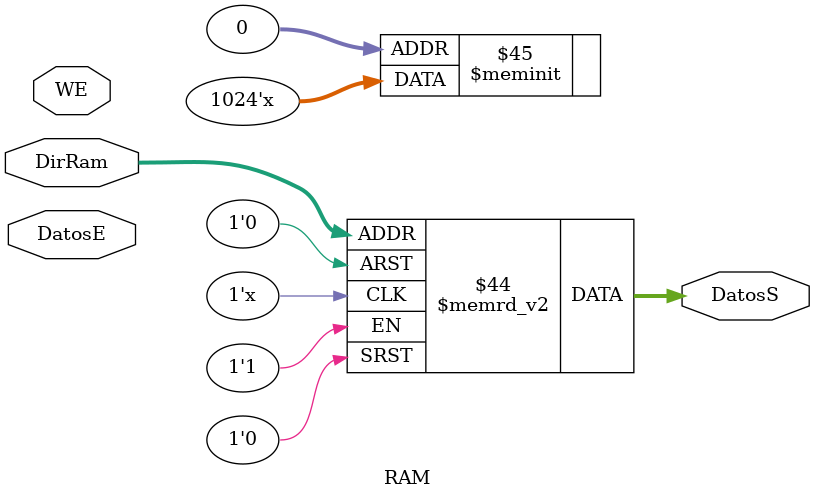
<source format=v>
`timescale 1ns/1ns

module RAM(
    input [4:0] DirRam,
    input [31:0] DatosE,
    input WE,
    output reg [31:0] DatosS
);


reg [31:0]mem [0:31];

always @* begin
    DatosS = mem[DirRam];

    if (WE) begin
        if (DirRam >= 0 && DirRam <= 2) begin
            mem[DirRam] = DatosE; // Datos de resta
        end else if (DirRam >= 3 && DirRam <= 5) begin
            mem[DirRam] = DatosE; // Datos de suma
        end else if (DirRam >= 6 && DirRam <= 7) begin
            mem[DirRam] = DatosE; // Otros datos
        end
    end
end

endmodule


</source>
